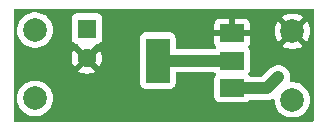
<source format=gbr>
%TF.GenerationSoftware,KiCad,Pcbnew,7.0.2-6a45011f42~172~ubuntu22.04.1*%
%TF.CreationDate,2023-04-21T01:30:03+03:00*%
%TF.ProjectId,xray-board-1.0-uv-stab-addon,78726179-2d62-46f6-9172-642d312e302d,rev?*%
%TF.SameCoordinates,Original*%
%TF.FileFunction,Copper,L2,Bot*%
%TF.FilePolarity,Positive*%
%FSLAX46Y46*%
G04 Gerber Fmt 4.6, Leading zero omitted, Abs format (unit mm)*
G04 Created by KiCad (PCBNEW 7.0.2-6a45011f42~172~ubuntu22.04.1) date 2023-04-21 01:30:03*
%MOMM*%
%LPD*%
G01*
G04 APERTURE LIST*
%TA.AperFunction,SMDPad,CuDef*%
%ADD10R,2.000000X1.500000*%
%TD*%
%TA.AperFunction,SMDPad,CuDef*%
%ADD11R,2.000000X3.800000*%
%TD*%
%TA.AperFunction,ComponentPad*%
%ADD12C,2.000000*%
%TD*%
%TA.AperFunction,ComponentPad*%
%ADD13R,1.600000X1.600000*%
%TD*%
%TA.AperFunction,ComponentPad*%
%ADD14C,1.600000*%
%TD*%
%TA.AperFunction,ViaPad*%
%ADD15C,0.800000*%
%TD*%
%TA.AperFunction,Conductor*%
%ADD16C,1.000000*%
%TD*%
G04 APERTURE END LIST*
D10*
%TO.P,U1,1,GND*%
%TO.N,GND*%
X125700000Y-67100000D03*
D11*
%TO.P,U1,2,VO*%
%TO.N,Net-(U1-VO)*%
X119400000Y-69400000D03*
D10*
X125700000Y-69400000D03*
%TO.P,U1,3,VI*%
%TO.N,Net-(Q2-D)*%
X125700000Y-71700000D03*
%TD*%
D12*
%TO.P,J2,1,Pin_1*%
%TO.N,VCC*%
X130800000Y-72720000D03*
%TD*%
D13*
%TO.P,C4,1*%
%TO.N,Net-(J4-Pin_1)*%
X113400000Y-66700000D03*
D14*
%TO.P,C4,2*%
%TO.N,GND*%
X113400000Y-69200000D03*
%TD*%
D12*
%TO.P,J1,1,Pin_1*%
%TO.N,Net-(J1-Pin_1)*%
X109000000Y-72600000D03*
%TD*%
%TO.P,J4,1,Pin_1*%
%TO.N,Net-(J4-Pin_1)*%
X109000000Y-66800000D03*
%TD*%
%TO.P,J3,1,Pin_1*%
%TO.N,GND*%
X130800000Y-66920000D03*
%TD*%
D15*
%TO.N,GND*%
X113800000Y-74000000D03*
%TO.N,Net-(Q2-D)*%
X129600000Y-70800000D03*
%TO.N,Net-(U1-VO)*%
X122800000Y-69400000D03*
%TD*%
D16*
%TO.N,Net-(U1-VO)*%
X119400000Y-69400000D02*
X125700000Y-69400000D01*
%TO.N,Net-(Q2-D)*%
X128640000Y-71760000D02*
X129600000Y-70800000D01*
X126400000Y-71760000D02*
X128640000Y-71760000D01*
%TD*%
%TA.AperFunction,Conductor*%
%TO.N,GND*%
G36*
X132542539Y-65020185D02*
G01*
X132588294Y-65072989D01*
X132599500Y-65124500D01*
X132599500Y-74475500D01*
X132579815Y-74542539D01*
X132527011Y-74588294D01*
X132475500Y-74599500D01*
X107324500Y-74599500D01*
X107257461Y-74579815D01*
X107211706Y-74527011D01*
X107200500Y-74475500D01*
X107200500Y-72600000D01*
X107494356Y-72600000D01*
X107514891Y-72847816D01*
X107514891Y-72847819D01*
X107514892Y-72847821D01*
X107575937Y-73088881D01*
X107620960Y-73191523D01*
X107675825Y-73316604D01*
X107675827Y-73316607D01*
X107811836Y-73524785D01*
X107980256Y-73707738D01*
X107980259Y-73707740D01*
X108176485Y-73860470D01*
X108176487Y-73860471D01*
X108176491Y-73860474D01*
X108395190Y-73978828D01*
X108630386Y-74059571D01*
X108875665Y-74100500D01*
X109124335Y-74100500D01*
X109369614Y-74059571D01*
X109604810Y-73978828D01*
X109823509Y-73860474D01*
X110019744Y-73707738D01*
X110188164Y-73524785D01*
X110324173Y-73316607D01*
X110424063Y-73088881D01*
X110485108Y-72847821D01*
X110505643Y-72600000D01*
X110485108Y-72352179D01*
X110424063Y-72111119D01*
X110324173Y-71883393D01*
X110188164Y-71675215D01*
X110019744Y-71492262D01*
X109977685Y-71459526D01*
X109830001Y-71344578D01*
X117899500Y-71344578D01*
X117899501Y-71347872D01*
X117905909Y-71407483D01*
X117956204Y-71542331D01*
X118042454Y-71657546D01*
X118157669Y-71743796D01*
X118292517Y-71794091D01*
X118352127Y-71800500D01*
X120447872Y-71800499D01*
X120507483Y-71794091D01*
X120642331Y-71743796D01*
X120757546Y-71657546D01*
X120843796Y-71542331D01*
X120894091Y-71407483D01*
X120900500Y-71347873D01*
X120900500Y-70524499D01*
X120920185Y-70457461D01*
X120972989Y-70411706D01*
X121024500Y-70400500D01*
X124200249Y-70400500D01*
X124267288Y-70420185D01*
X124299516Y-70450190D01*
X124318605Y-70475690D01*
X124343022Y-70541154D01*
X124328170Y-70609427D01*
X124318605Y-70624310D01*
X124256205Y-70707666D01*
X124231269Y-70774524D01*
X124205909Y-70842517D01*
X124199500Y-70902127D01*
X124199500Y-70905448D01*
X124199500Y-70905449D01*
X124199500Y-72494560D01*
X124199500Y-72494578D01*
X124199501Y-72497872D01*
X124199853Y-72501152D01*
X124199854Y-72501159D01*
X124205909Y-72557484D01*
X124221767Y-72600000D01*
X124256204Y-72692331D01*
X124342454Y-72807546D01*
X124457669Y-72893796D01*
X124592517Y-72944091D01*
X124652127Y-72950500D01*
X126747872Y-72950499D01*
X126807483Y-72944091D01*
X126942331Y-72893796D01*
X127057546Y-72807546D01*
X127057546Y-72807545D01*
X127071818Y-72796862D01*
X127072375Y-72797607D01*
X127111498Y-72768319D01*
X127154834Y-72760500D01*
X128625721Y-72760500D01*
X128628862Y-72760539D01*
X128716363Y-72762757D01*
X128774432Y-72752348D01*
X128783736Y-72751043D01*
X128842438Y-72745074D01*
X128871467Y-72735965D01*
X128886700Y-72732226D01*
X128916653Y-72726858D01*
X128971426Y-72704978D01*
X128980301Y-72701819D01*
X129010544Y-72692330D01*
X129036588Y-72684159D01*
X129063194Y-72669390D01*
X129077362Y-72662662D01*
X129105617Y-72651377D01*
X129105617Y-72651376D01*
X129117332Y-72646698D01*
X129117843Y-72647977D01*
X129171447Y-72631564D01*
X129238709Y-72650474D01*
X129285070Y-72702746D01*
X129296454Y-72745316D01*
X129314891Y-72967816D01*
X129314891Y-72967819D01*
X129314892Y-72967821D01*
X129375937Y-73208881D01*
X129420960Y-73311523D01*
X129475825Y-73436604D01*
X129475827Y-73436607D01*
X129611836Y-73644785D01*
X129780256Y-73827738D01*
X129780259Y-73827740D01*
X129976485Y-73980470D01*
X129976487Y-73980471D01*
X129976491Y-73980474D01*
X130195190Y-74098828D01*
X130430386Y-74179571D01*
X130675665Y-74220500D01*
X130924335Y-74220500D01*
X131169614Y-74179571D01*
X131404810Y-74098828D01*
X131623509Y-73980474D01*
X131819744Y-73827738D01*
X131988164Y-73644785D01*
X132124173Y-73436607D01*
X132224063Y-73208881D01*
X132285108Y-72967821D01*
X132305643Y-72720000D01*
X132285108Y-72472179D01*
X132224063Y-72231119D01*
X132124173Y-72003393D01*
X131988164Y-71795215D01*
X131819744Y-71612262D01*
X131729897Y-71542331D01*
X131623514Y-71459529D01*
X131623510Y-71459526D01*
X131623509Y-71459526D01*
X131404810Y-71341172D01*
X131404806Y-71341170D01*
X131404805Y-71341170D01*
X131169615Y-71260429D01*
X130924335Y-71219500D01*
X130685076Y-71219500D01*
X130618037Y-71199815D01*
X130572282Y-71147011D01*
X130562338Y-71077853D01*
X130565860Y-71061388D01*
X130572924Y-71036699D01*
X130589887Y-70977418D01*
X130605337Y-70774524D01*
X130579630Y-70572672D01*
X130513816Y-70380128D01*
X130410590Y-70204773D01*
X130274179Y-70053787D01*
X130274178Y-70053786D01*
X130274176Y-70053784D01*
X130110166Y-69933350D01*
X129925268Y-69848394D01*
X129727054Y-69802397D01*
X129523639Y-69797242D01*
X129323345Y-69833142D01*
X129134383Y-69908621D01*
X128964479Y-70020599D01*
X128261899Y-70723181D01*
X128200576Y-70756666D01*
X128174218Y-70759500D01*
X127244666Y-70759500D01*
X127177627Y-70739815D01*
X127145400Y-70709812D01*
X127143796Y-70707669D01*
X127081393Y-70624309D01*
X127056976Y-70558847D01*
X127071827Y-70490574D01*
X127081394Y-70475689D01*
X127143796Y-70392331D01*
X127194091Y-70257483D01*
X127200500Y-70197873D01*
X127200499Y-68602128D01*
X127194091Y-68542517D01*
X127143796Y-68407669D01*
X127081080Y-68323892D01*
X127056664Y-68258428D01*
X127071516Y-68190155D01*
X127081082Y-68175270D01*
X127143352Y-68092089D01*
X127193599Y-67957371D01*
X127199645Y-67901132D01*
X127200000Y-67894518D01*
X127200000Y-67350000D01*
X124200000Y-67350000D01*
X124200000Y-67894518D01*
X124200354Y-67901132D01*
X124206400Y-67957371D01*
X124256647Y-68092088D01*
X124318918Y-68175271D01*
X124343335Y-68240735D01*
X124328484Y-68309008D01*
X124318920Y-68323890D01*
X124299519Y-68349808D01*
X124243586Y-68391681D01*
X124200250Y-68399500D01*
X121024499Y-68399500D01*
X120957460Y-68379815D01*
X120911705Y-68327011D01*
X120900499Y-68275500D01*
X120900499Y-67455439D01*
X120900499Y-67452128D01*
X120894091Y-67392517D01*
X120843796Y-67257669D01*
X120757546Y-67142454D01*
X120642331Y-67056204D01*
X120507483Y-67005909D01*
X120447873Y-66999500D01*
X120444550Y-66999500D01*
X118355439Y-66999500D01*
X118355420Y-66999500D01*
X118352128Y-66999501D01*
X118348848Y-66999853D01*
X118348840Y-66999854D01*
X118292515Y-67005909D01*
X118157669Y-67056204D01*
X118042454Y-67142454D01*
X117956204Y-67257668D01*
X117905910Y-67392515D01*
X117905909Y-67392517D01*
X117899500Y-67452127D01*
X117899500Y-67455448D01*
X117899500Y-67455449D01*
X117899500Y-71344560D01*
X117899500Y-71344578D01*
X109830001Y-71344578D01*
X109823514Y-71339529D01*
X109823510Y-71339526D01*
X109823509Y-71339526D01*
X109604810Y-71221172D01*
X109604806Y-71221170D01*
X109604805Y-71221170D01*
X109369615Y-71140429D01*
X109124335Y-71099500D01*
X108875665Y-71099500D01*
X108630384Y-71140429D01*
X108395194Y-71221170D01*
X108395190Y-71221171D01*
X108395190Y-71221172D01*
X108322649Y-71260429D01*
X108176485Y-71339529D01*
X107980259Y-71492259D01*
X107980256Y-71492261D01*
X107980256Y-71492262D01*
X107811837Y-71675214D01*
X107675825Y-71883395D01*
X107575938Y-72111117D01*
X107514891Y-72352183D01*
X107494356Y-72600000D01*
X107200500Y-72600000D01*
X107200500Y-69200000D01*
X112095033Y-69200000D01*
X112114858Y-69426602D01*
X112173733Y-69646326D01*
X112269866Y-69852484D01*
X112320972Y-69925471D01*
X112320974Y-69925472D01*
X113002046Y-69244399D01*
X113014835Y-69325148D01*
X113072359Y-69438045D01*
X113161955Y-69527641D01*
X113274852Y-69585165D01*
X113355599Y-69597953D01*
X112674526Y-70279025D01*
X112674526Y-70279026D01*
X112747515Y-70330133D01*
X112953673Y-70426266D01*
X113173397Y-70485141D01*
X113400000Y-70504966D01*
X113626602Y-70485141D01*
X113846326Y-70426266D01*
X114052480Y-70330134D01*
X114125472Y-70279025D01*
X113444401Y-69597953D01*
X113525148Y-69585165D01*
X113638045Y-69527641D01*
X113727641Y-69438045D01*
X113785165Y-69325148D01*
X113797953Y-69244400D01*
X114479025Y-69925472D01*
X114530134Y-69852480D01*
X114626266Y-69646326D01*
X114685141Y-69426602D01*
X114704966Y-69200000D01*
X114685141Y-68973397D01*
X114626266Y-68753673D01*
X114530133Y-68547515D01*
X114479025Y-68474526D01*
X113797953Y-69155598D01*
X113785165Y-69074852D01*
X113727641Y-68961955D01*
X113638045Y-68872359D01*
X113525148Y-68814835D01*
X113444400Y-68802046D01*
X114130600Y-68115845D01*
X114140481Y-68066679D01*
X114189096Y-68016496D01*
X114243621Y-68000548D01*
X114244536Y-68000499D01*
X114247872Y-68000499D01*
X114307483Y-67994091D01*
X114442331Y-67943796D01*
X114557546Y-67857546D01*
X114643796Y-67742331D01*
X114694091Y-67607483D01*
X114700500Y-67547873D01*
X114700500Y-66919999D01*
X129294858Y-66919999D01*
X129315386Y-67167732D01*
X129376413Y-67408721D01*
X129476268Y-67636370D01*
X129576563Y-67789882D01*
X129576564Y-67789882D01*
X130316922Y-67049523D01*
X130340507Y-67129844D01*
X130418239Y-67250798D01*
X130526900Y-67344952D01*
X130657685Y-67404680D01*
X130667466Y-67406086D01*
X129929942Y-68143609D01*
X129929942Y-68143610D01*
X129976766Y-68180055D01*
X130195393Y-68298368D01*
X130430506Y-68379083D01*
X130675707Y-68420000D01*
X130924293Y-68420000D01*
X131169493Y-68379083D01*
X131404606Y-68298368D01*
X131623233Y-68180053D01*
X131670056Y-68143609D01*
X130932533Y-67406086D01*
X130942315Y-67404680D01*
X131073100Y-67344952D01*
X131181761Y-67250798D01*
X131259493Y-67129844D01*
X131283076Y-67049524D01*
X132023434Y-67789882D01*
X132123730Y-67636369D01*
X132223586Y-67408721D01*
X132284613Y-67167732D01*
X132305141Y-66920000D01*
X132284613Y-66672267D01*
X132223586Y-66431278D01*
X132123730Y-66203630D01*
X132023434Y-66050116D01*
X131283076Y-66790475D01*
X131259493Y-66710156D01*
X131181761Y-66589202D01*
X131073100Y-66495048D01*
X130942315Y-66435320D01*
X130932531Y-66433913D01*
X131670056Y-65696389D01*
X131670056Y-65696387D01*
X131623235Y-65659947D01*
X131404606Y-65541631D01*
X131169493Y-65460916D01*
X130924293Y-65420000D01*
X130675707Y-65420000D01*
X130430506Y-65460916D01*
X130195393Y-65541631D01*
X129976764Y-65659946D01*
X129929942Y-65696388D01*
X129929941Y-65696389D01*
X130667466Y-66433913D01*
X130657685Y-66435320D01*
X130526900Y-66495048D01*
X130418239Y-66589202D01*
X130340507Y-66710156D01*
X130316923Y-66790475D01*
X129576564Y-66050116D01*
X129476266Y-66203634D01*
X129376413Y-66431278D01*
X129315386Y-66672267D01*
X129294858Y-66919999D01*
X114700500Y-66919999D01*
X114700500Y-66850000D01*
X124200000Y-66850000D01*
X125450000Y-66850000D01*
X125450000Y-65850000D01*
X125950000Y-65850000D01*
X125950000Y-66850000D01*
X127200000Y-66850000D01*
X127200000Y-66305481D01*
X127199645Y-66298867D01*
X127193599Y-66242628D01*
X127143352Y-66107910D01*
X127057188Y-65992811D01*
X126942089Y-65906647D01*
X126807371Y-65856400D01*
X126751132Y-65850354D01*
X126744518Y-65850000D01*
X125950000Y-65850000D01*
X125450000Y-65850000D01*
X124655482Y-65850000D01*
X124648867Y-65850354D01*
X124592628Y-65856400D01*
X124457910Y-65906647D01*
X124342811Y-65992811D01*
X124256647Y-66107910D01*
X124206400Y-66242628D01*
X124200354Y-66298867D01*
X124200000Y-66305481D01*
X124200000Y-66850000D01*
X114700500Y-66850000D01*
X114700499Y-65852128D01*
X114694091Y-65792517D01*
X114643796Y-65657669D01*
X114557546Y-65542454D01*
X114442331Y-65456204D01*
X114307483Y-65405909D01*
X114247873Y-65399500D01*
X114244550Y-65399500D01*
X112555439Y-65399500D01*
X112555420Y-65399500D01*
X112552128Y-65399501D01*
X112548848Y-65399853D01*
X112548840Y-65399854D01*
X112492515Y-65405909D01*
X112357669Y-65456204D01*
X112242454Y-65542454D01*
X112156204Y-65657668D01*
X112105910Y-65792515D01*
X112105909Y-65792517D01*
X112099500Y-65852127D01*
X112099500Y-65855448D01*
X112099500Y-65855449D01*
X112099500Y-67544560D01*
X112099500Y-67544578D01*
X112099501Y-67547872D01*
X112105909Y-67607483D01*
X112156204Y-67742331D01*
X112242454Y-67857546D01*
X112357669Y-67943796D01*
X112492517Y-67994091D01*
X112552127Y-68000500D01*
X112555455Y-68000499D01*
X112556388Y-68000550D01*
X112622278Y-68023792D01*
X112665143Y-68078967D01*
X112670667Y-68117114D01*
X113355600Y-68802046D01*
X113274852Y-68814835D01*
X113161955Y-68872359D01*
X113072359Y-68961955D01*
X113014835Y-69074852D01*
X113002046Y-69155599D01*
X112320973Y-68474526D01*
X112320973Y-68474527D01*
X112269865Y-68547516D01*
X112173733Y-68753672D01*
X112114858Y-68973397D01*
X112095033Y-69200000D01*
X107200500Y-69200000D01*
X107200500Y-66800000D01*
X107494356Y-66800000D01*
X107514891Y-67047816D01*
X107514891Y-67047819D01*
X107514892Y-67047821D01*
X107575937Y-67288881D01*
X107620960Y-67391523D01*
X107675825Y-67516604D01*
X107675827Y-67516607D01*
X107811836Y-67724785D01*
X107980256Y-67907738D01*
X107980259Y-67907740D01*
X108176485Y-68060470D01*
X108176487Y-68060471D01*
X108176491Y-68060474D01*
X108395190Y-68178828D01*
X108630386Y-68259571D01*
X108875665Y-68300500D01*
X109124335Y-68300500D01*
X109369614Y-68259571D01*
X109604810Y-68178828D01*
X109823509Y-68060474D01*
X110019744Y-67907738D01*
X110188164Y-67724785D01*
X110324173Y-67516607D01*
X110424063Y-67288881D01*
X110485108Y-67047821D01*
X110505643Y-66800000D01*
X110485108Y-66552179D01*
X110424063Y-66311119D01*
X110324173Y-66083393D01*
X110188164Y-65875215D01*
X110019744Y-65692262D01*
X109978226Y-65659947D01*
X109823514Y-65539529D01*
X109823510Y-65539526D01*
X109823509Y-65539526D01*
X109604810Y-65421172D01*
X109604806Y-65421170D01*
X109604805Y-65421170D01*
X109369615Y-65340429D01*
X109124335Y-65299500D01*
X108875665Y-65299500D01*
X108630384Y-65340429D01*
X108395194Y-65421170D01*
X108176485Y-65539529D01*
X107980259Y-65692259D01*
X107980256Y-65692261D01*
X107980256Y-65692262D01*
X107811837Y-65875214D01*
X107675825Y-66083395D01*
X107623086Y-66203630D01*
X107575937Y-66311119D01*
X107544485Y-66435320D01*
X107514891Y-66552183D01*
X107494356Y-66800000D01*
X107200500Y-66800000D01*
X107200500Y-65124500D01*
X107220185Y-65057461D01*
X107272989Y-65011706D01*
X107324500Y-65000500D01*
X132475500Y-65000500D01*
X132542539Y-65020185D01*
G37*
%TD.AperFunction*%
%TD*%
M02*

</source>
